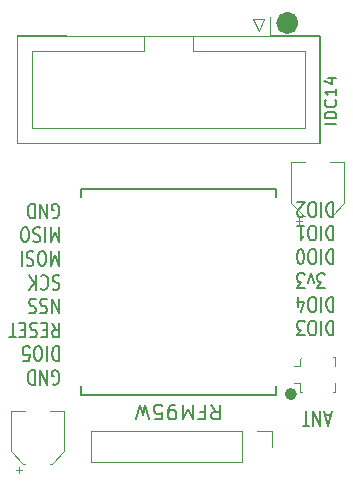
<source format=gbr>
%TF.GenerationSoftware,KiCad,Pcbnew,9.0.0*%
%TF.CreationDate,2025-05-16T16:34:18-03:00*%
%TF.ProjectId,V1A,5631412e-6b69-4636-9164-5f7063625858,rev?*%
%TF.SameCoordinates,Original*%
%TF.FileFunction,Legend,Top*%
%TF.FilePolarity,Positive*%
%FSLAX46Y46*%
G04 Gerber Fmt 4.6, Leading zero omitted, Abs format (unit mm)*
G04 Created by KiCad (PCBNEW 9.0.0) date 2025-05-16 16:34:18*
%MOMM*%
%LPD*%
G01*
G04 APERTURE LIST*
%ADD10C,0.531931*%
%ADD11C,0.973026*%
%ADD12C,0.150000*%
%ADD13C,0.120000*%
G04 APERTURE END LIST*
D10*
X165010365Y-114402269D02*
G75*
G02*
X164478435Y-114402269I-265965J0D01*
G01*
X164478435Y-114402269D02*
G75*
G02*
X165010365Y-114402269I265965J0D01*
G01*
D11*
X164942372Y-82979489D02*
G75*
G02*
X163969346Y-82979489I-486513J0D01*
G01*
X163969346Y-82979489D02*
G75*
G02*
X164942372Y-82979489I486513J0D01*
G01*
D12*
X158030302Y-115298976D02*
X158446968Y-115894214D01*
X158744587Y-115298976D02*
X158744587Y-116548976D01*
X158744587Y-116548976D02*
X158268397Y-116548976D01*
X158268397Y-116548976D02*
X158149349Y-116489452D01*
X158149349Y-116489452D02*
X158089826Y-116429928D01*
X158089826Y-116429928D02*
X158030302Y-116310880D01*
X158030302Y-116310880D02*
X158030302Y-116132309D01*
X158030302Y-116132309D02*
X158089826Y-116013261D01*
X158089826Y-116013261D02*
X158149349Y-115953738D01*
X158149349Y-115953738D02*
X158268397Y-115894214D01*
X158268397Y-115894214D02*
X158744587Y-115894214D01*
X157077921Y-115953738D02*
X157494587Y-115953738D01*
X157494587Y-115298976D02*
X157494587Y-116548976D01*
X157494587Y-116548976D02*
X156899349Y-116548976D01*
X156423158Y-115298976D02*
X156423158Y-116548976D01*
X156423158Y-116548976D02*
X156006492Y-115656119D01*
X156006492Y-115656119D02*
X155589825Y-116548976D01*
X155589825Y-116548976D02*
X155589825Y-115298976D01*
X154935064Y-115298976D02*
X154696968Y-115298976D01*
X154696968Y-115298976D02*
X154577921Y-115358500D01*
X154577921Y-115358500D02*
X154518397Y-115418023D01*
X154518397Y-115418023D02*
X154399349Y-115596595D01*
X154399349Y-115596595D02*
X154339826Y-115834690D01*
X154339826Y-115834690D02*
X154339826Y-116310880D01*
X154339826Y-116310880D02*
X154399349Y-116429928D01*
X154399349Y-116429928D02*
X154458873Y-116489452D01*
X154458873Y-116489452D02*
X154577921Y-116548976D01*
X154577921Y-116548976D02*
X154816016Y-116548976D01*
X154816016Y-116548976D02*
X154935064Y-116489452D01*
X154935064Y-116489452D02*
X154994587Y-116429928D01*
X154994587Y-116429928D02*
X155054111Y-116310880D01*
X155054111Y-116310880D02*
X155054111Y-116013261D01*
X155054111Y-116013261D02*
X154994587Y-115894214D01*
X154994587Y-115894214D02*
X154935064Y-115834690D01*
X154935064Y-115834690D02*
X154816016Y-115775166D01*
X154816016Y-115775166D02*
X154577921Y-115775166D01*
X154577921Y-115775166D02*
X154458873Y-115834690D01*
X154458873Y-115834690D02*
X154399349Y-115894214D01*
X154399349Y-115894214D02*
X154339826Y-116013261D01*
X153208873Y-116548976D02*
X153804111Y-116548976D01*
X153804111Y-116548976D02*
X153863635Y-115953738D01*
X153863635Y-115953738D02*
X153804111Y-116013261D01*
X153804111Y-116013261D02*
X153685064Y-116072785D01*
X153685064Y-116072785D02*
X153387445Y-116072785D01*
X153387445Y-116072785D02*
X153268397Y-116013261D01*
X153268397Y-116013261D02*
X153208873Y-115953738D01*
X153208873Y-115953738D02*
X153149350Y-115834690D01*
X153149350Y-115834690D02*
X153149350Y-115537071D01*
X153149350Y-115537071D02*
X153208873Y-115418023D01*
X153208873Y-115418023D02*
X153268397Y-115358500D01*
X153268397Y-115358500D02*
X153387445Y-115298976D01*
X153387445Y-115298976D02*
X153685064Y-115298976D01*
X153685064Y-115298976D02*
X153804111Y-115358500D01*
X153804111Y-115358500D02*
X153863635Y-115418023D01*
X152732683Y-116548976D02*
X152435064Y-115298976D01*
X152435064Y-115298976D02*
X152196969Y-116191833D01*
X152196969Y-116191833D02*
X151958874Y-115298976D01*
X151958874Y-115298976D02*
X151661255Y-116548976D01*
X144579811Y-113558462D02*
X144675049Y-113617986D01*
X144675049Y-113617986D02*
X144817906Y-113617986D01*
X144817906Y-113617986D02*
X144960763Y-113558462D01*
X144960763Y-113558462D02*
X145056001Y-113439414D01*
X145056001Y-113439414D02*
X145103620Y-113320367D01*
X145103620Y-113320367D02*
X145151239Y-113082271D01*
X145151239Y-113082271D02*
X145151239Y-112903700D01*
X145151239Y-112903700D02*
X145103620Y-112665605D01*
X145103620Y-112665605D02*
X145056001Y-112546557D01*
X145056001Y-112546557D02*
X144960763Y-112427510D01*
X144960763Y-112427510D02*
X144817906Y-112367986D01*
X144817906Y-112367986D02*
X144722668Y-112367986D01*
X144722668Y-112367986D02*
X144579811Y-112427510D01*
X144579811Y-112427510D02*
X144532192Y-112487033D01*
X144532192Y-112487033D02*
X144532192Y-112903700D01*
X144532192Y-112903700D02*
X144722668Y-112903700D01*
X144103620Y-112367986D02*
X144103620Y-113617986D01*
X144103620Y-113617986D02*
X143532192Y-112367986D01*
X143532192Y-112367986D02*
X143532192Y-113617986D01*
X143056001Y-112367986D02*
X143056001Y-113617986D01*
X143056001Y-113617986D02*
X142817906Y-113617986D01*
X142817906Y-113617986D02*
X142675049Y-113558462D01*
X142675049Y-113558462D02*
X142579811Y-113439414D01*
X142579811Y-113439414D02*
X142532192Y-113320367D01*
X142532192Y-113320367D02*
X142484573Y-113082271D01*
X142484573Y-113082271D02*
X142484573Y-112903700D01*
X142484573Y-112903700D02*
X142532192Y-112665605D01*
X142532192Y-112665605D02*
X142579811Y-112546557D01*
X142579811Y-112546557D02*
X142675049Y-112427510D01*
X142675049Y-112427510D02*
X142817906Y-112367986D01*
X142817906Y-112367986D02*
X143056001Y-112367986D01*
X145103620Y-110355556D02*
X145103620Y-111605556D01*
X145103620Y-111605556D02*
X144865525Y-111605556D01*
X144865525Y-111605556D02*
X144722668Y-111546032D01*
X144722668Y-111546032D02*
X144627430Y-111426984D01*
X144627430Y-111426984D02*
X144579811Y-111307937D01*
X144579811Y-111307937D02*
X144532192Y-111069841D01*
X144532192Y-111069841D02*
X144532192Y-110891270D01*
X144532192Y-110891270D02*
X144579811Y-110653175D01*
X144579811Y-110653175D02*
X144627430Y-110534127D01*
X144627430Y-110534127D02*
X144722668Y-110415080D01*
X144722668Y-110415080D02*
X144865525Y-110355556D01*
X144865525Y-110355556D02*
X145103620Y-110355556D01*
X144103620Y-110355556D02*
X144103620Y-111605556D01*
X143436954Y-111605556D02*
X143246478Y-111605556D01*
X143246478Y-111605556D02*
X143151240Y-111546032D01*
X143151240Y-111546032D02*
X143056002Y-111426984D01*
X143056002Y-111426984D02*
X143008383Y-111188889D01*
X143008383Y-111188889D02*
X143008383Y-110772222D01*
X143008383Y-110772222D02*
X143056002Y-110534127D01*
X143056002Y-110534127D02*
X143151240Y-110415080D01*
X143151240Y-110415080D02*
X143246478Y-110355556D01*
X143246478Y-110355556D02*
X143436954Y-110355556D01*
X143436954Y-110355556D02*
X143532192Y-110415080D01*
X143532192Y-110415080D02*
X143627430Y-110534127D01*
X143627430Y-110534127D02*
X143675049Y-110772222D01*
X143675049Y-110772222D02*
X143675049Y-111188889D01*
X143675049Y-111188889D02*
X143627430Y-111426984D01*
X143627430Y-111426984D02*
X143532192Y-111546032D01*
X143532192Y-111546032D02*
X143436954Y-111605556D01*
X142103621Y-111605556D02*
X142579811Y-111605556D01*
X142579811Y-111605556D02*
X142627430Y-111010318D01*
X142627430Y-111010318D02*
X142579811Y-111069841D01*
X142579811Y-111069841D02*
X142484573Y-111129365D01*
X142484573Y-111129365D02*
X142246478Y-111129365D01*
X142246478Y-111129365D02*
X142151240Y-111069841D01*
X142151240Y-111069841D02*
X142103621Y-111010318D01*
X142103621Y-111010318D02*
X142056002Y-110891270D01*
X142056002Y-110891270D02*
X142056002Y-110593651D01*
X142056002Y-110593651D02*
X142103621Y-110474603D01*
X142103621Y-110474603D02*
X142151240Y-110415080D01*
X142151240Y-110415080D02*
X142246478Y-110355556D01*
X142246478Y-110355556D02*
X142484573Y-110355556D01*
X142484573Y-110355556D02*
X142579811Y-110415080D01*
X142579811Y-110415080D02*
X142627430Y-110474603D01*
X144532192Y-108343126D02*
X144865525Y-108938364D01*
X145103620Y-108343126D02*
X145103620Y-109593126D01*
X145103620Y-109593126D02*
X144722668Y-109593126D01*
X144722668Y-109593126D02*
X144627430Y-109533602D01*
X144627430Y-109533602D02*
X144579811Y-109474078D01*
X144579811Y-109474078D02*
X144532192Y-109355030D01*
X144532192Y-109355030D02*
X144532192Y-109176459D01*
X144532192Y-109176459D02*
X144579811Y-109057411D01*
X144579811Y-109057411D02*
X144627430Y-108997888D01*
X144627430Y-108997888D02*
X144722668Y-108938364D01*
X144722668Y-108938364D02*
X145103620Y-108938364D01*
X144103620Y-108997888D02*
X143770287Y-108997888D01*
X143627430Y-108343126D02*
X144103620Y-108343126D01*
X144103620Y-108343126D02*
X144103620Y-109593126D01*
X144103620Y-109593126D02*
X143627430Y-109593126D01*
X143246477Y-108402650D02*
X143103620Y-108343126D01*
X143103620Y-108343126D02*
X142865525Y-108343126D01*
X142865525Y-108343126D02*
X142770287Y-108402650D01*
X142770287Y-108402650D02*
X142722668Y-108462173D01*
X142722668Y-108462173D02*
X142675049Y-108581221D01*
X142675049Y-108581221D02*
X142675049Y-108700269D01*
X142675049Y-108700269D02*
X142722668Y-108819316D01*
X142722668Y-108819316D02*
X142770287Y-108878840D01*
X142770287Y-108878840D02*
X142865525Y-108938364D01*
X142865525Y-108938364D02*
X143056001Y-108997888D01*
X143056001Y-108997888D02*
X143151239Y-109057411D01*
X143151239Y-109057411D02*
X143198858Y-109116935D01*
X143198858Y-109116935D02*
X143246477Y-109235983D01*
X143246477Y-109235983D02*
X143246477Y-109355030D01*
X143246477Y-109355030D02*
X143198858Y-109474078D01*
X143198858Y-109474078D02*
X143151239Y-109533602D01*
X143151239Y-109533602D02*
X143056001Y-109593126D01*
X143056001Y-109593126D02*
X142817906Y-109593126D01*
X142817906Y-109593126D02*
X142675049Y-109533602D01*
X142246477Y-108997888D02*
X141913144Y-108997888D01*
X141770287Y-108343126D02*
X142246477Y-108343126D01*
X142246477Y-108343126D02*
X142246477Y-109593126D01*
X142246477Y-109593126D02*
X141770287Y-109593126D01*
X141484572Y-109593126D02*
X140913144Y-109593126D01*
X141198858Y-108343126D02*
X141198858Y-109593126D01*
X145103620Y-106330696D02*
X145103620Y-107580696D01*
X145103620Y-107580696D02*
X144532192Y-106330696D01*
X144532192Y-106330696D02*
X144532192Y-107580696D01*
X144103620Y-106390220D02*
X143960763Y-106330696D01*
X143960763Y-106330696D02*
X143722668Y-106330696D01*
X143722668Y-106330696D02*
X143627430Y-106390220D01*
X143627430Y-106390220D02*
X143579811Y-106449743D01*
X143579811Y-106449743D02*
X143532192Y-106568791D01*
X143532192Y-106568791D02*
X143532192Y-106687839D01*
X143532192Y-106687839D02*
X143579811Y-106806886D01*
X143579811Y-106806886D02*
X143627430Y-106866410D01*
X143627430Y-106866410D02*
X143722668Y-106925934D01*
X143722668Y-106925934D02*
X143913144Y-106985458D01*
X143913144Y-106985458D02*
X144008382Y-107044981D01*
X144008382Y-107044981D02*
X144056001Y-107104505D01*
X144056001Y-107104505D02*
X144103620Y-107223553D01*
X144103620Y-107223553D02*
X144103620Y-107342600D01*
X144103620Y-107342600D02*
X144056001Y-107461648D01*
X144056001Y-107461648D02*
X144008382Y-107521172D01*
X144008382Y-107521172D02*
X143913144Y-107580696D01*
X143913144Y-107580696D02*
X143675049Y-107580696D01*
X143675049Y-107580696D02*
X143532192Y-107521172D01*
X143151239Y-106390220D02*
X143008382Y-106330696D01*
X143008382Y-106330696D02*
X142770287Y-106330696D01*
X142770287Y-106330696D02*
X142675049Y-106390220D01*
X142675049Y-106390220D02*
X142627430Y-106449743D01*
X142627430Y-106449743D02*
X142579811Y-106568791D01*
X142579811Y-106568791D02*
X142579811Y-106687839D01*
X142579811Y-106687839D02*
X142627430Y-106806886D01*
X142627430Y-106806886D02*
X142675049Y-106866410D01*
X142675049Y-106866410D02*
X142770287Y-106925934D01*
X142770287Y-106925934D02*
X142960763Y-106985458D01*
X142960763Y-106985458D02*
X143056001Y-107044981D01*
X143056001Y-107044981D02*
X143103620Y-107104505D01*
X143103620Y-107104505D02*
X143151239Y-107223553D01*
X143151239Y-107223553D02*
X143151239Y-107342600D01*
X143151239Y-107342600D02*
X143103620Y-107461648D01*
X143103620Y-107461648D02*
X143056001Y-107521172D01*
X143056001Y-107521172D02*
X142960763Y-107580696D01*
X142960763Y-107580696D02*
X142722668Y-107580696D01*
X142722668Y-107580696D02*
X142579811Y-107521172D01*
X145151239Y-104377790D02*
X145008382Y-104318266D01*
X145008382Y-104318266D02*
X144770287Y-104318266D01*
X144770287Y-104318266D02*
X144675049Y-104377790D01*
X144675049Y-104377790D02*
X144627430Y-104437313D01*
X144627430Y-104437313D02*
X144579811Y-104556361D01*
X144579811Y-104556361D02*
X144579811Y-104675409D01*
X144579811Y-104675409D02*
X144627430Y-104794456D01*
X144627430Y-104794456D02*
X144675049Y-104853980D01*
X144675049Y-104853980D02*
X144770287Y-104913504D01*
X144770287Y-104913504D02*
X144960763Y-104973028D01*
X144960763Y-104973028D02*
X145056001Y-105032551D01*
X145056001Y-105032551D02*
X145103620Y-105092075D01*
X145103620Y-105092075D02*
X145151239Y-105211123D01*
X145151239Y-105211123D02*
X145151239Y-105330170D01*
X145151239Y-105330170D02*
X145103620Y-105449218D01*
X145103620Y-105449218D02*
X145056001Y-105508742D01*
X145056001Y-105508742D02*
X144960763Y-105568266D01*
X144960763Y-105568266D02*
X144722668Y-105568266D01*
X144722668Y-105568266D02*
X144579811Y-105508742D01*
X143579811Y-104437313D02*
X143627430Y-104377790D01*
X143627430Y-104377790D02*
X143770287Y-104318266D01*
X143770287Y-104318266D02*
X143865525Y-104318266D01*
X143865525Y-104318266D02*
X144008382Y-104377790D01*
X144008382Y-104377790D02*
X144103620Y-104496837D01*
X144103620Y-104496837D02*
X144151239Y-104615885D01*
X144151239Y-104615885D02*
X144198858Y-104853980D01*
X144198858Y-104853980D02*
X144198858Y-105032551D01*
X144198858Y-105032551D02*
X144151239Y-105270647D01*
X144151239Y-105270647D02*
X144103620Y-105389694D01*
X144103620Y-105389694D02*
X144008382Y-105508742D01*
X144008382Y-105508742D02*
X143865525Y-105568266D01*
X143865525Y-105568266D02*
X143770287Y-105568266D01*
X143770287Y-105568266D02*
X143627430Y-105508742D01*
X143627430Y-105508742D02*
X143579811Y-105449218D01*
X143151239Y-104318266D02*
X143151239Y-105568266D01*
X142579811Y-104318266D02*
X143008382Y-105032551D01*
X142579811Y-105568266D02*
X143151239Y-104853980D01*
X145103620Y-102305836D02*
X145103620Y-103555836D01*
X145103620Y-103555836D02*
X144770287Y-102662979D01*
X144770287Y-102662979D02*
X144436954Y-103555836D01*
X144436954Y-103555836D02*
X144436954Y-102305836D01*
X143770287Y-103555836D02*
X143579811Y-103555836D01*
X143579811Y-103555836D02*
X143484573Y-103496312D01*
X143484573Y-103496312D02*
X143389335Y-103377264D01*
X143389335Y-103377264D02*
X143341716Y-103139169D01*
X143341716Y-103139169D02*
X143341716Y-102722502D01*
X143341716Y-102722502D02*
X143389335Y-102484407D01*
X143389335Y-102484407D02*
X143484573Y-102365360D01*
X143484573Y-102365360D02*
X143579811Y-102305836D01*
X143579811Y-102305836D02*
X143770287Y-102305836D01*
X143770287Y-102305836D02*
X143865525Y-102365360D01*
X143865525Y-102365360D02*
X143960763Y-102484407D01*
X143960763Y-102484407D02*
X144008382Y-102722502D01*
X144008382Y-102722502D02*
X144008382Y-103139169D01*
X144008382Y-103139169D02*
X143960763Y-103377264D01*
X143960763Y-103377264D02*
X143865525Y-103496312D01*
X143865525Y-103496312D02*
X143770287Y-103555836D01*
X142960763Y-102365360D02*
X142817906Y-102305836D01*
X142817906Y-102305836D02*
X142579811Y-102305836D01*
X142579811Y-102305836D02*
X142484573Y-102365360D01*
X142484573Y-102365360D02*
X142436954Y-102424883D01*
X142436954Y-102424883D02*
X142389335Y-102543931D01*
X142389335Y-102543931D02*
X142389335Y-102662979D01*
X142389335Y-102662979D02*
X142436954Y-102782026D01*
X142436954Y-102782026D02*
X142484573Y-102841550D01*
X142484573Y-102841550D02*
X142579811Y-102901074D01*
X142579811Y-102901074D02*
X142770287Y-102960598D01*
X142770287Y-102960598D02*
X142865525Y-103020121D01*
X142865525Y-103020121D02*
X142913144Y-103079645D01*
X142913144Y-103079645D02*
X142960763Y-103198693D01*
X142960763Y-103198693D02*
X142960763Y-103317740D01*
X142960763Y-103317740D02*
X142913144Y-103436788D01*
X142913144Y-103436788D02*
X142865525Y-103496312D01*
X142865525Y-103496312D02*
X142770287Y-103555836D01*
X142770287Y-103555836D02*
X142532192Y-103555836D01*
X142532192Y-103555836D02*
X142389335Y-103496312D01*
X141960763Y-102305836D02*
X141960763Y-103555836D01*
X145103620Y-100293406D02*
X145103620Y-101543406D01*
X145103620Y-101543406D02*
X144770287Y-100650549D01*
X144770287Y-100650549D02*
X144436954Y-101543406D01*
X144436954Y-101543406D02*
X144436954Y-100293406D01*
X143960763Y-100293406D02*
X143960763Y-101543406D01*
X143532192Y-100352930D02*
X143389335Y-100293406D01*
X143389335Y-100293406D02*
X143151240Y-100293406D01*
X143151240Y-100293406D02*
X143056002Y-100352930D01*
X143056002Y-100352930D02*
X143008383Y-100412453D01*
X143008383Y-100412453D02*
X142960764Y-100531501D01*
X142960764Y-100531501D02*
X142960764Y-100650549D01*
X142960764Y-100650549D02*
X143008383Y-100769596D01*
X143008383Y-100769596D02*
X143056002Y-100829120D01*
X143056002Y-100829120D02*
X143151240Y-100888644D01*
X143151240Y-100888644D02*
X143341716Y-100948168D01*
X143341716Y-100948168D02*
X143436954Y-101007691D01*
X143436954Y-101007691D02*
X143484573Y-101067215D01*
X143484573Y-101067215D02*
X143532192Y-101186263D01*
X143532192Y-101186263D02*
X143532192Y-101305310D01*
X143532192Y-101305310D02*
X143484573Y-101424358D01*
X143484573Y-101424358D02*
X143436954Y-101483882D01*
X143436954Y-101483882D02*
X143341716Y-101543406D01*
X143341716Y-101543406D02*
X143103621Y-101543406D01*
X143103621Y-101543406D02*
X142960764Y-101483882D01*
X142341716Y-101543406D02*
X142151240Y-101543406D01*
X142151240Y-101543406D02*
X142056002Y-101483882D01*
X142056002Y-101483882D02*
X141960764Y-101364834D01*
X141960764Y-101364834D02*
X141913145Y-101126739D01*
X141913145Y-101126739D02*
X141913145Y-100710072D01*
X141913145Y-100710072D02*
X141960764Y-100471977D01*
X141960764Y-100471977D02*
X142056002Y-100352930D01*
X142056002Y-100352930D02*
X142151240Y-100293406D01*
X142151240Y-100293406D02*
X142341716Y-100293406D01*
X142341716Y-100293406D02*
X142436954Y-100352930D01*
X142436954Y-100352930D02*
X142532192Y-100471977D01*
X142532192Y-100471977D02*
X142579811Y-100710072D01*
X142579811Y-100710072D02*
X142579811Y-101126739D01*
X142579811Y-101126739D02*
X142532192Y-101364834D01*
X142532192Y-101364834D02*
X142436954Y-101483882D01*
X142436954Y-101483882D02*
X142341716Y-101543406D01*
X144579811Y-99471452D02*
X144675049Y-99530976D01*
X144675049Y-99530976D02*
X144817906Y-99530976D01*
X144817906Y-99530976D02*
X144960763Y-99471452D01*
X144960763Y-99471452D02*
X145056001Y-99352404D01*
X145056001Y-99352404D02*
X145103620Y-99233357D01*
X145103620Y-99233357D02*
X145151239Y-98995261D01*
X145151239Y-98995261D02*
X145151239Y-98816690D01*
X145151239Y-98816690D02*
X145103620Y-98578595D01*
X145103620Y-98578595D02*
X145056001Y-98459547D01*
X145056001Y-98459547D02*
X144960763Y-98340500D01*
X144960763Y-98340500D02*
X144817906Y-98280976D01*
X144817906Y-98280976D02*
X144722668Y-98280976D01*
X144722668Y-98280976D02*
X144579811Y-98340500D01*
X144579811Y-98340500D02*
X144532192Y-98400023D01*
X144532192Y-98400023D02*
X144532192Y-98816690D01*
X144532192Y-98816690D02*
X144722668Y-98816690D01*
X144103620Y-98280976D02*
X144103620Y-99530976D01*
X144103620Y-99530976D02*
X143532192Y-98280976D01*
X143532192Y-98280976D02*
X143532192Y-99530976D01*
X143056001Y-98280976D02*
X143056001Y-99530976D01*
X143056001Y-99530976D02*
X142817906Y-99530976D01*
X142817906Y-99530976D02*
X142675049Y-99471452D01*
X142675049Y-99471452D02*
X142579811Y-99352404D01*
X142579811Y-99352404D02*
X142532192Y-99233357D01*
X142532192Y-99233357D02*
X142484573Y-98995261D01*
X142484573Y-98995261D02*
X142484573Y-98816690D01*
X142484573Y-98816690D02*
X142532192Y-98578595D01*
X142532192Y-98578595D02*
X142579811Y-98459547D01*
X142579811Y-98459547D02*
X142675049Y-98340500D01*
X142675049Y-98340500D02*
X142817906Y-98280976D01*
X142817906Y-98280976D02*
X143056001Y-98280976D01*
X168335178Y-108190726D02*
X168335178Y-109440726D01*
X168335178Y-109440726D02*
X168097083Y-109440726D01*
X168097083Y-109440726D02*
X167954226Y-109381202D01*
X167954226Y-109381202D02*
X167858988Y-109262154D01*
X167858988Y-109262154D02*
X167811369Y-109143107D01*
X167811369Y-109143107D02*
X167763750Y-108905011D01*
X167763750Y-108905011D02*
X167763750Y-108726440D01*
X167763750Y-108726440D02*
X167811369Y-108488345D01*
X167811369Y-108488345D02*
X167858988Y-108369297D01*
X167858988Y-108369297D02*
X167954226Y-108250250D01*
X167954226Y-108250250D02*
X168097083Y-108190726D01*
X168097083Y-108190726D02*
X168335178Y-108190726D01*
X167335178Y-108190726D02*
X167335178Y-109440726D01*
X166668512Y-109440726D02*
X166478036Y-109440726D01*
X166478036Y-109440726D02*
X166382798Y-109381202D01*
X166382798Y-109381202D02*
X166287560Y-109262154D01*
X166287560Y-109262154D02*
X166239941Y-109024059D01*
X166239941Y-109024059D02*
X166239941Y-108607392D01*
X166239941Y-108607392D02*
X166287560Y-108369297D01*
X166287560Y-108369297D02*
X166382798Y-108250250D01*
X166382798Y-108250250D02*
X166478036Y-108190726D01*
X166478036Y-108190726D02*
X166668512Y-108190726D01*
X166668512Y-108190726D02*
X166763750Y-108250250D01*
X166763750Y-108250250D02*
X166858988Y-108369297D01*
X166858988Y-108369297D02*
X166906607Y-108607392D01*
X166906607Y-108607392D02*
X166906607Y-109024059D01*
X166906607Y-109024059D02*
X166858988Y-109262154D01*
X166858988Y-109262154D02*
X166763750Y-109381202D01*
X166763750Y-109381202D02*
X166668512Y-109440726D01*
X165906607Y-109440726D02*
X165287560Y-109440726D01*
X165287560Y-109440726D02*
X165620893Y-108964535D01*
X165620893Y-108964535D02*
X165478036Y-108964535D01*
X165478036Y-108964535D02*
X165382798Y-108905011D01*
X165382798Y-108905011D02*
X165335179Y-108845488D01*
X165335179Y-108845488D02*
X165287560Y-108726440D01*
X165287560Y-108726440D02*
X165287560Y-108428821D01*
X165287560Y-108428821D02*
X165335179Y-108309773D01*
X165335179Y-108309773D02*
X165382798Y-108250250D01*
X165382798Y-108250250D02*
X165478036Y-108190726D01*
X165478036Y-108190726D02*
X165763750Y-108190726D01*
X165763750Y-108190726D02*
X165858988Y-108250250D01*
X165858988Y-108250250D02*
X165906607Y-108309773D01*
X168335178Y-106178296D02*
X168335178Y-107428296D01*
X168335178Y-107428296D02*
X168097083Y-107428296D01*
X168097083Y-107428296D02*
X167954226Y-107368772D01*
X167954226Y-107368772D02*
X167858988Y-107249724D01*
X167858988Y-107249724D02*
X167811369Y-107130677D01*
X167811369Y-107130677D02*
X167763750Y-106892581D01*
X167763750Y-106892581D02*
X167763750Y-106714010D01*
X167763750Y-106714010D02*
X167811369Y-106475915D01*
X167811369Y-106475915D02*
X167858988Y-106356867D01*
X167858988Y-106356867D02*
X167954226Y-106237820D01*
X167954226Y-106237820D02*
X168097083Y-106178296D01*
X168097083Y-106178296D02*
X168335178Y-106178296D01*
X167335178Y-106178296D02*
X167335178Y-107428296D01*
X166668512Y-107428296D02*
X166478036Y-107428296D01*
X166478036Y-107428296D02*
X166382798Y-107368772D01*
X166382798Y-107368772D02*
X166287560Y-107249724D01*
X166287560Y-107249724D02*
X166239941Y-107011629D01*
X166239941Y-107011629D02*
X166239941Y-106594962D01*
X166239941Y-106594962D02*
X166287560Y-106356867D01*
X166287560Y-106356867D02*
X166382798Y-106237820D01*
X166382798Y-106237820D02*
X166478036Y-106178296D01*
X166478036Y-106178296D02*
X166668512Y-106178296D01*
X166668512Y-106178296D02*
X166763750Y-106237820D01*
X166763750Y-106237820D02*
X166858988Y-106356867D01*
X166858988Y-106356867D02*
X166906607Y-106594962D01*
X166906607Y-106594962D02*
X166906607Y-107011629D01*
X166906607Y-107011629D02*
X166858988Y-107249724D01*
X166858988Y-107249724D02*
X166763750Y-107368772D01*
X166763750Y-107368772D02*
X166668512Y-107428296D01*
X165382798Y-107011629D02*
X165382798Y-106178296D01*
X165620893Y-107487820D02*
X165858988Y-106594962D01*
X165858988Y-106594962D02*
X165239941Y-106594962D01*
X167620893Y-105415866D02*
X167001846Y-105415866D01*
X167001846Y-105415866D02*
X167335179Y-104939675D01*
X167335179Y-104939675D02*
X167192322Y-104939675D01*
X167192322Y-104939675D02*
X167097084Y-104880151D01*
X167097084Y-104880151D02*
X167049465Y-104820628D01*
X167049465Y-104820628D02*
X167001846Y-104701580D01*
X167001846Y-104701580D02*
X167001846Y-104403961D01*
X167001846Y-104403961D02*
X167049465Y-104284913D01*
X167049465Y-104284913D02*
X167097084Y-104225390D01*
X167097084Y-104225390D02*
X167192322Y-104165866D01*
X167192322Y-104165866D02*
X167478036Y-104165866D01*
X167478036Y-104165866D02*
X167573274Y-104225390D01*
X167573274Y-104225390D02*
X167620893Y-104284913D01*
X166668512Y-104999199D02*
X166430417Y-104165866D01*
X166430417Y-104165866D02*
X166192322Y-104999199D01*
X165906607Y-105415866D02*
X165287560Y-105415866D01*
X165287560Y-105415866D02*
X165620893Y-104939675D01*
X165620893Y-104939675D02*
X165478036Y-104939675D01*
X165478036Y-104939675D02*
X165382798Y-104880151D01*
X165382798Y-104880151D02*
X165335179Y-104820628D01*
X165335179Y-104820628D02*
X165287560Y-104701580D01*
X165287560Y-104701580D02*
X165287560Y-104403961D01*
X165287560Y-104403961D02*
X165335179Y-104284913D01*
X165335179Y-104284913D02*
X165382798Y-104225390D01*
X165382798Y-104225390D02*
X165478036Y-104165866D01*
X165478036Y-104165866D02*
X165763750Y-104165866D01*
X165763750Y-104165866D02*
X165858988Y-104225390D01*
X165858988Y-104225390D02*
X165906607Y-104284913D01*
X168335178Y-102153436D02*
X168335178Y-103403436D01*
X168335178Y-103403436D02*
X168097083Y-103403436D01*
X168097083Y-103403436D02*
X167954226Y-103343912D01*
X167954226Y-103343912D02*
X167858988Y-103224864D01*
X167858988Y-103224864D02*
X167811369Y-103105817D01*
X167811369Y-103105817D02*
X167763750Y-102867721D01*
X167763750Y-102867721D02*
X167763750Y-102689150D01*
X167763750Y-102689150D02*
X167811369Y-102451055D01*
X167811369Y-102451055D02*
X167858988Y-102332007D01*
X167858988Y-102332007D02*
X167954226Y-102212960D01*
X167954226Y-102212960D02*
X168097083Y-102153436D01*
X168097083Y-102153436D02*
X168335178Y-102153436D01*
X167335178Y-102153436D02*
X167335178Y-103403436D01*
X166668512Y-103403436D02*
X166478036Y-103403436D01*
X166478036Y-103403436D02*
X166382798Y-103343912D01*
X166382798Y-103343912D02*
X166287560Y-103224864D01*
X166287560Y-103224864D02*
X166239941Y-102986769D01*
X166239941Y-102986769D02*
X166239941Y-102570102D01*
X166239941Y-102570102D02*
X166287560Y-102332007D01*
X166287560Y-102332007D02*
X166382798Y-102212960D01*
X166382798Y-102212960D02*
X166478036Y-102153436D01*
X166478036Y-102153436D02*
X166668512Y-102153436D01*
X166668512Y-102153436D02*
X166763750Y-102212960D01*
X166763750Y-102212960D02*
X166858988Y-102332007D01*
X166858988Y-102332007D02*
X166906607Y-102570102D01*
X166906607Y-102570102D02*
X166906607Y-102986769D01*
X166906607Y-102986769D02*
X166858988Y-103224864D01*
X166858988Y-103224864D02*
X166763750Y-103343912D01*
X166763750Y-103343912D02*
X166668512Y-103403436D01*
X165620893Y-103403436D02*
X165525655Y-103403436D01*
X165525655Y-103403436D02*
X165430417Y-103343912D01*
X165430417Y-103343912D02*
X165382798Y-103284388D01*
X165382798Y-103284388D02*
X165335179Y-103165340D01*
X165335179Y-103165340D02*
X165287560Y-102927245D01*
X165287560Y-102927245D02*
X165287560Y-102629626D01*
X165287560Y-102629626D02*
X165335179Y-102391531D01*
X165335179Y-102391531D02*
X165382798Y-102272483D01*
X165382798Y-102272483D02*
X165430417Y-102212960D01*
X165430417Y-102212960D02*
X165525655Y-102153436D01*
X165525655Y-102153436D02*
X165620893Y-102153436D01*
X165620893Y-102153436D02*
X165716131Y-102212960D01*
X165716131Y-102212960D02*
X165763750Y-102272483D01*
X165763750Y-102272483D02*
X165811369Y-102391531D01*
X165811369Y-102391531D02*
X165858988Y-102629626D01*
X165858988Y-102629626D02*
X165858988Y-102927245D01*
X165858988Y-102927245D02*
X165811369Y-103165340D01*
X165811369Y-103165340D02*
X165763750Y-103284388D01*
X165763750Y-103284388D02*
X165716131Y-103343912D01*
X165716131Y-103343912D02*
X165620893Y-103403436D01*
X168335178Y-100141006D02*
X168335178Y-101391006D01*
X168335178Y-101391006D02*
X168097083Y-101391006D01*
X168097083Y-101391006D02*
X167954226Y-101331482D01*
X167954226Y-101331482D02*
X167858988Y-101212434D01*
X167858988Y-101212434D02*
X167811369Y-101093387D01*
X167811369Y-101093387D02*
X167763750Y-100855291D01*
X167763750Y-100855291D02*
X167763750Y-100676720D01*
X167763750Y-100676720D02*
X167811369Y-100438625D01*
X167811369Y-100438625D02*
X167858988Y-100319577D01*
X167858988Y-100319577D02*
X167954226Y-100200530D01*
X167954226Y-100200530D02*
X168097083Y-100141006D01*
X168097083Y-100141006D02*
X168335178Y-100141006D01*
X167335178Y-100141006D02*
X167335178Y-101391006D01*
X166668512Y-101391006D02*
X166478036Y-101391006D01*
X166478036Y-101391006D02*
X166382798Y-101331482D01*
X166382798Y-101331482D02*
X166287560Y-101212434D01*
X166287560Y-101212434D02*
X166239941Y-100974339D01*
X166239941Y-100974339D02*
X166239941Y-100557672D01*
X166239941Y-100557672D02*
X166287560Y-100319577D01*
X166287560Y-100319577D02*
X166382798Y-100200530D01*
X166382798Y-100200530D02*
X166478036Y-100141006D01*
X166478036Y-100141006D02*
X166668512Y-100141006D01*
X166668512Y-100141006D02*
X166763750Y-100200530D01*
X166763750Y-100200530D02*
X166858988Y-100319577D01*
X166858988Y-100319577D02*
X166906607Y-100557672D01*
X166906607Y-100557672D02*
X166906607Y-100974339D01*
X166906607Y-100974339D02*
X166858988Y-101212434D01*
X166858988Y-101212434D02*
X166763750Y-101331482D01*
X166763750Y-101331482D02*
X166668512Y-101391006D01*
X165287560Y-100141006D02*
X165858988Y-100141006D01*
X165573274Y-100141006D02*
X165573274Y-101391006D01*
X165573274Y-101391006D02*
X165668512Y-101212434D01*
X165668512Y-101212434D02*
X165763750Y-101093387D01*
X165763750Y-101093387D02*
X165858988Y-101033863D01*
X168335178Y-98128576D02*
X168335178Y-99378576D01*
X168335178Y-99378576D02*
X168097083Y-99378576D01*
X168097083Y-99378576D02*
X167954226Y-99319052D01*
X167954226Y-99319052D02*
X167858988Y-99200004D01*
X167858988Y-99200004D02*
X167811369Y-99080957D01*
X167811369Y-99080957D02*
X167763750Y-98842861D01*
X167763750Y-98842861D02*
X167763750Y-98664290D01*
X167763750Y-98664290D02*
X167811369Y-98426195D01*
X167811369Y-98426195D02*
X167858988Y-98307147D01*
X167858988Y-98307147D02*
X167954226Y-98188100D01*
X167954226Y-98188100D02*
X168097083Y-98128576D01*
X168097083Y-98128576D02*
X168335178Y-98128576D01*
X167335178Y-98128576D02*
X167335178Y-99378576D01*
X166668512Y-99378576D02*
X166478036Y-99378576D01*
X166478036Y-99378576D02*
X166382798Y-99319052D01*
X166382798Y-99319052D02*
X166287560Y-99200004D01*
X166287560Y-99200004D02*
X166239941Y-98961909D01*
X166239941Y-98961909D02*
X166239941Y-98545242D01*
X166239941Y-98545242D02*
X166287560Y-98307147D01*
X166287560Y-98307147D02*
X166382798Y-98188100D01*
X166382798Y-98188100D02*
X166478036Y-98128576D01*
X166478036Y-98128576D02*
X166668512Y-98128576D01*
X166668512Y-98128576D02*
X166763750Y-98188100D01*
X166763750Y-98188100D02*
X166858988Y-98307147D01*
X166858988Y-98307147D02*
X166906607Y-98545242D01*
X166906607Y-98545242D02*
X166906607Y-98961909D01*
X166906607Y-98961909D02*
X166858988Y-99200004D01*
X166858988Y-99200004D02*
X166763750Y-99319052D01*
X166763750Y-99319052D02*
X166668512Y-99378576D01*
X165858988Y-99259528D02*
X165811369Y-99319052D01*
X165811369Y-99319052D02*
X165716131Y-99378576D01*
X165716131Y-99378576D02*
X165478036Y-99378576D01*
X165478036Y-99378576D02*
X165382798Y-99319052D01*
X165382798Y-99319052D02*
X165335179Y-99259528D01*
X165335179Y-99259528D02*
X165287560Y-99140480D01*
X165287560Y-99140480D02*
X165287560Y-99021433D01*
X165287560Y-99021433D02*
X165335179Y-98842861D01*
X165335179Y-98842861D02*
X165906607Y-98128576D01*
X165906607Y-98128576D02*
X165287560Y-98128576D01*
X168132074Y-116214919D02*
X167655884Y-116214919D01*
X168227312Y-115857776D02*
X167893979Y-117107776D01*
X167893979Y-117107776D02*
X167560646Y-115857776D01*
X167227312Y-115857776D02*
X167227312Y-117107776D01*
X167227312Y-117107776D02*
X166655884Y-115857776D01*
X166655884Y-115857776D02*
X166655884Y-117107776D01*
X166322550Y-117107776D02*
X165751122Y-117107776D01*
X166036836Y-115857776D02*
X166036836Y-117107776D01*
X168602819Y-91538180D02*
X167602819Y-91538180D01*
X168602819Y-91061990D02*
X167602819Y-91061990D01*
X167602819Y-91061990D02*
X167602819Y-90823895D01*
X167602819Y-90823895D02*
X167650438Y-90681038D01*
X167650438Y-90681038D02*
X167745676Y-90585800D01*
X167745676Y-90585800D02*
X167840914Y-90538181D01*
X167840914Y-90538181D02*
X168031390Y-90490562D01*
X168031390Y-90490562D02*
X168174247Y-90490562D01*
X168174247Y-90490562D02*
X168364723Y-90538181D01*
X168364723Y-90538181D02*
X168459961Y-90585800D01*
X168459961Y-90585800D02*
X168555200Y-90681038D01*
X168555200Y-90681038D02*
X168602819Y-90823895D01*
X168602819Y-90823895D02*
X168602819Y-91061990D01*
X168507580Y-89490562D02*
X168555200Y-89538181D01*
X168555200Y-89538181D02*
X168602819Y-89681038D01*
X168602819Y-89681038D02*
X168602819Y-89776276D01*
X168602819Y-89776276D02*
X168555200Y-89919133D01*
X168555200Y-89919133D02*
X168459961Y-90014371D01*
X168459961Y-90014371D02*
X168364723Y-90061990D01*
X168364723Y-90061990D02*
X168174247Y-90109609D01*
X168174247Y-90109609D02*
X168031390Y-90109609D01*
X168031390Y-90109609D02*
X167840914Y-90061990D01*
X167840914Y-90061990D02*
X167745676Y-90014371D01*
X167745676Y-90014371D02*
X167650438Y-89919133D01*
X167650438Y-89919133D02*
X167602819Y-89776276D01*
X167602819Y-89776276D02*
X167602819Y-89681038D01*
X167602819Y-89681038D02*
X167650438Y-89538181D01*
X167650438Y-89538181D02*
X167698057Y-89490562D01*
X168602819Y-88538181D02*
X168602819Y-89109609D01*
X168602819Y-88823895D02*
X167602819Y-88823895D01*
X167602819Y-88823895D02*
X167745676Y-88919133D01*
X167745676Y-88919133D02*
X167840914Y-89014371D01*
X167840914Y-89014371D02*
X167888533Y-89109609D01*
X167936152Y-87681038D02*
X168602819Y-87681038D01*
X167555200Y-87919133D02*
X168269485Y-88157228D01*
X168269485Y-88157228D02*
X168269485Y-87538181D01*
D13*
%TO.C,IDC14*%
X141565859Y-84061463D02*
X167225859Y-84061463D01*
X141565859Y-93181463D02*
X141565859Y-84061463D01*
X142865859Y-85371463D02*
X152345859Y-85371463D01*
X142865859Y-91871463D02*
X142865859Y-85371463D01*
X152345859Y-85371463D02*
X152345859Y-84061463D01*
X152345859Y-85371463D02*
X152345859Y-85371463D01*
X156445859Y-84061463D02*
X156445859Y-85371463D01*
X156445859Y-85371463D02*
X165925859Y-85371463D01*
X161515859Y-82671463D02*
X162015859Y-83671463D01*
X162015859Y-83671463D02*
X162515859Y-82671463D01*
X162515859Y-82671463D02*
X161515859Y-82671463D01*
X165925859Y-85371463D02*
X165925859Y-91871463D01*
X165925859Y-91871463D02*
X142865859Y-91871463D01*
X167225859Y-84061463D02*
X167225859Y-93181463D01*
X167225859Y-93181463D02*
X141565859Y-93181463D01*
D12*
%TO.C,RFM95W*%
X146995800Y-97005200D02*
X146995800Y-97755200D01*
X146995800Y-114505200D02*
X146995800Y-113755200D01*
X163495800Y-97005200D02*
X146995800Y-97005200D01*
X163495800Y-97755200D02*
X163495800Y-97005200D01*
X163495800Y-113755200D02*
X163495800Y-114505200D01*
X163495800Y-114505200D02*
X146995800Y-114505200D01*
D13*
%TO.C,J2*%
X147818800Y-117516600D02*
X147818800Y-120176600D01*
X160578800Y-117516600D02*
X147818800Y-117516600D01*
X160578800Y-117516600D02*
X160578800Y-120176600D01*
X160578800Y-120176600D02*
X147818800Y-120176600D01*
X161848800Y-117516600D02*
X163178800Y-117516600D01*
X163178800Y-117516600D02*
X163178800Y-118846600D01*
%TO.C,REF\u002A\u002A*%
X164770400Y-94768000D02*
X165970400Y-94768000D01*
X164770400Y-98223563D02*
X164770400Y-94768000D01*
X165220400Y-99778000D02*
X165720400Y-99778000D01*
X165470400Y-100028000D02*
X165470400Y-99528000D01*
X165834837Y-99288000D02*
X164770400Y-98223563D01*
X165834837Y-99288000D02*
X165970400Y-99288000D01*
X168225963Y-99288000D02*
X168090400Y-99288000D01*
X168225963Y-99288000D02*
X169290400Y-98223563D01*
X169290400Y-94768000D02*
X168090400Y-94768000D01*
X169290400Y-98223563D02*
X169290400Y-94768000D01*
%TO.C,IDC 14*%
X141545859Y-84006463D02*
X141545859Y-93176463D01*
X141545859Y-93176463D02*
X145725859Y-93176463D01*
X145725859Y-84006463D02*
X141545859Y-84006463D01*
X162985859Y-84006463D02*
X162985859Y-82506463D01*
X162985859Y-84006463D02*
X167165859Y-84006463D01*
X167165859Y-84006463D02*
X167165859Y-93176463D01*
X167165859Y-93176463D02*
X162985859Y-93176463D01*
%TO.C,REF\u002A\u002A*%
X141046800Y-115802600D02*
X142246800Y-115802600D01*
X141046800Y-119258163D02*
X141046800Y-115802600D01*
X141496800Y-120812600D02*
X141996800Y-120812600D01*
X141746800Y-121062600D02*
X141746800Y-120562600D01*
X142111237Y-120322600D02*
X141046800Y-119258163D01*
X142111237Y-120322600D02*
X142246800Y-120322600D01*
X144502363Y-120322600D02*
X144366800Y-120322600D01*
X144502363Y-120322600D02*
X145566800Y-119258163D01*
X145566800Y-115802600D02*
X144366800Y-115802600D01*
X145566800Y-119258163D02*
X145566800Y-115802600D01*
X165495859Y-111466463D02*
X165695859Y-111266463D01*
X165495859Y-112066463D02*
X164995859Y-112066463D01*
X165495859Y-112066463D02*
X165495859Y-111466463D01*
X165495859Y-113466463D02*
X164995859Y-113466463D01*
X165495859Y-114266463D02*
X165495859Y-113466463D01*
X165695859Y-114266463D02*
X165495859Y-114266463D01*
X168295859Y-111266463D02*
X168495859Y-111266463D01*
X168495859Y-111266463D02*
X168495859Y-112066463D01*
X168495859Y-113466463D02*
X168495859Y-114266463D01*
X168495859Y-114266463D02*
X168295859Y-114266463D01*
%TD*%
M02*

</source>
